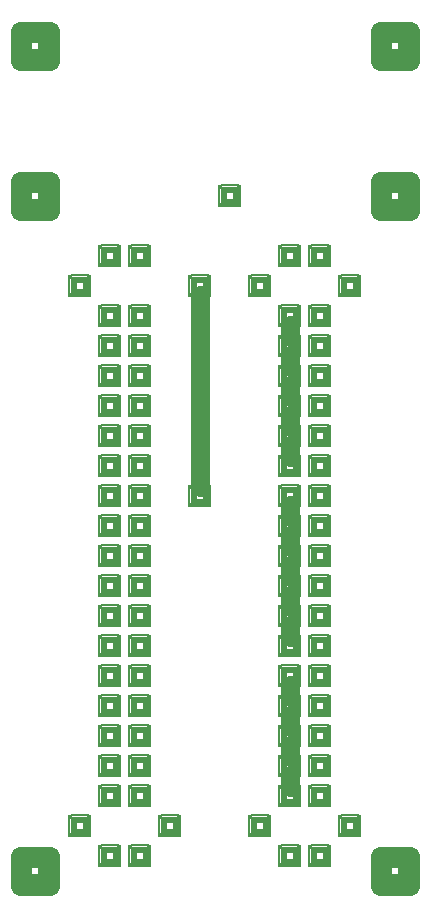
<source format=gtl>
%MOIN*%
%FSLAX23Y23*%
%ADD10C,.012*%
%ADD11C,.062*%
%ADD12C,.050X.024*%
%ADD13R,.062X.062X.024*%
%ADD14C,.016*%
%ADD15R,.008X.062*%
%ADD16R,.062X.008*%
%ADD17C,.008*%
%LPD*%
G90*X0Y0D02*X50Y50D02*D11*X150D01*Y150D01*X50D01* 
Y50D01*D13*X100Y100D03*X250Y250D03*D14*           
X281Y281D03*Y219D03*X219Y281D03*Y219D03*D15*      
X285Y250D03*X215D03*D16*X250Y285D03*Y215D03*D13*  
X350Y350D03*D14*X381Y381D03*Y319D03*X319Y381D03*  
Y319D03*D15*X385Y350D03*X315D03*D16*X350Y385D03*  
Y315D03*D13*Y150D03*D14*X381Y181D03*Y119D03*      
X319Y181D03*Y119D03*D15*X385Y150D03*X315D03*D16*  
X350Y185D03*Y115D03*D13*X450Y450D03*D14*          
X481Y481D03*Y419D03*X419Y481D03*Y419D03*D15*      
X485Y450D03*X415D03*D16*X450Y485D03*Y415D03*D13*  
X350Y450D03*D14*X381Y481D03*Y419D03*X319Y481D03*  
Y419D03*D15*X385Y450D03*X315D03*D16*X350Y485D03*  
Y415D03*D13*X450Y150D03*D14*X481Y181D03*Y119D03*  
X419Y181D03*Y119D03*D15*X485Y150D03*X415D03*D16*  
X450Y185D03*Y115D03*D13*Y350D03*D14*X481Y381D03*  
Y319D03*X419Y381D03*Y319D03*D15*X485Y350D03*      
X415D03*D16*X450Y385D03*Y315D03*D13*Y550D03*D14*  
X481Y581D03*Y519D03*X419Y581D03*Y519D03*D15*      
X485Y550D03*X415D03*D16*X450Y585D03*Y515D03*D13*  
X350Y550D03*D14*X381Y581D03*Y519D03*X319Y581D03*  
Y519D03*D15*X385Y550D03*X315D03*D16*X350Y585D03*  
Y515D03*D13*X550Y250D03*D14*X581Y281D03*Y219D03*  
X519Y281D03*Y219D03*D15*X585Y250D03*X515D03*D16*  
X550Y285D03*Y215D03*D13*X450Y650D03*D14*          
X481Y681D03*Y619D03*X419Y681D03*Y619D03*D15*      
X485Y650D03*X415D03*D16*X450Y685D03*Y615D03*D13*  
X350Y650D03*D14*X381Y681D03*Y619D03*X319Y681D03*  
Y619D03*D15*X385Y650D03*X315D03*D16*X350Y685D03*  
Y615D03*D13*X450Y750D03*D14*X481Y781D03*Y719D03*  
X419Y781D03*Y719D03*D15*X485Y750D03*X415D03*D16*  
X450Y785D03*Y715D03*D13*X350Y750D03*D14*          
X381Y781D03*Y719D03*X319Y781D03*Y719D03*D15*      
X385Y750D03*X315D03*D16*X350Y785D03*Y715D03*D13*  
X450Y850D03*D14*X481Y881D03*Y819D03*X419Y881D03*  
Y819D03*D15*X485Y850D03*X415D03*D16*X450Y885D03*  
Y815D03*D13*X350Y850D03*D14*X381Y881D03*Y819D03*  
X319Y881D03*Y819D03*D15*X385Y850D03*X315D03*D16*  
X350Y885D03*Y815D03*D13*X850Y250D03*D14*          
X881Y281D03*Y219D03*X819Y281D03*Y219D03*D15*      
X885Y250D03*X815D03*D16*X850Y285D03*Y215D03*D13*  
X950Y950D03*D14*X981Y981D03*Y919D03*X919Y981D03*  
Y919D03*D15*X985Y950D03*X915D03*D16*X950Y985D03*  
Y915D03*Y919D02*D11*Y881D01*D13*Y850D03*D14*      
X981Y881D03*Y819D03*X919Y881D03*Y819D03*D15*      
X985Y850D03*X915D03*D16*X950Y885D03*Y815D03*D13*  
X1050Y750D03*D14*X1081Y781D03*Y719D03*            
X1019Y781D03*Y719D03*D15*X1085Y750D03*X1015D03*   
D16*X1050Y785D03*Y715D03*D13*Y950D03*D14*         
X1081Y981D03*Y919D03*X1019Y981D03*Y919D03*D15*    
X1085Y950D03*X1015D03*D16*X1050Y985D03*Y915D03*   
D13*Y850D03*D14*X1081Y881D03*Y819D03*X1019Y881D03*
Y819D03*D15*X1085Y850D03*X1015D03*D16*            
X1050Y885D03*Y815D03*X950Y981D02*D11*Y1019D01*D13*
Y1050D03*D14*X981Y1081D03*Y1019D03*X919Y1081D03*  
Y1019D03*D15*X985Y1050D03*X915D03*D16*            
X950Y1085D03*Y1015D03*Y1081D02*D11*Y1119D01*D13*  
Y1150D03*D14*X981Y1181D03*Y1119D03*X919Y1181D03*  
Y1119D03*D15*X985Y1150D03*X915D03*D16*            
X950Y1185D03*Y1115D03*Y1181D02*D11*Y1219D01*D13*  
Y1250D03*D14*X981Y1281D03*Y1219D03*X919Y1281D03*  
Y1219D03*D15*X985Y1250D03*X915D03*D16*            
X950Y1285D03*Y1215D03*Y1281D02*D11*Y1319D01*D13*  
Y1350D03*D14*X981Y1381D03*Y1319D03*X919Y1381D03*  
Y1319D03*D15*X985Y1350D03*X915D03*D16*            
X950Y1385D03*Y1315D03*D13*X1050Y1250D03*D14*      
X1081Y1281D03*Y1219D03*X1019Y1281D03*Y1219D03*D15*
X1085Y1250D03*X1015D03*D16*X1050Y1285D03*Y1215D03*
D13*Y1450D03*D14*X1081Y1481D03*Y1419D03*          
X1019Y1481D03*Y1419D03*D15*X1085Y1450D03*X1015D03*
D16*X1050Y1485D03*Y1415D03*D13*Y1350D03*D14*      
X1081Y1381D03*Y1319D03*X1019Y1381D03*Y1319D03*D15*
X1085Y1350D03*X1015D03*D16*X1050Y1385D03*Y1315D03*
D13*X950Y1450D03*D14*X981Y1481D03*Y1419D03*       
X919Y1481D03*Y1419D03*D15*X985Y1450D03*X915D03*   
D16*X950Y1485D03*Y1415D03*Y1481D02*D11*Y1519D01*  
D13*Y1550D03*D14*X981Y1581D03*Y1519D03*           
X919Y1581D03*Y1519D03*D15*X985Y1550D03*X915D03*   
D16*X950Y1585D03*Y1515D03*Y1581D02*D11*Y1619D01*  
D13*Y1650D03*D14*X981Y1681D03*Y1619D03*           
X919Y1681D03*Y1619D03*D15*X985Y1650D03*X915D03*   
D16*X950Y1685D03*Y1615D03*Y1681D02*D11*Y1719D01*  
D13*Y1750D03*D14*X981Y1781D03*Y1719D03*           
X919Y1781D03*Y1719D03*D15*X985Y1750D03*X915D03*   
D16*X950Y1785D03*Y1715D03*Y1781D02*D11*Y1819D01*  
D13*Y1850D03*D14*X981Y1881D03*Y1819D03*           
X919Y1881D03*Y1819D03*D15*X985Y1850D03*X915D03*   
D16*X950Y1885D03*Y1815D03*Y1881D02*D11*Y1919D01*  
D13*Y1950D03*D14*X981Y1981D03*Y1919D03*           
X919Y1981D03*Y1919D03*D15*X985Y1950D03*X915D03*   
D16*X950Y1985D03*Y1915D03*D13*X1050Y1850D03*D14*  
X1081Y1881D03*Y1819D03*X1019Y1881D03*Y1819D03*D15*
X1085Y1850D03*X1015D03*D16*X1050Y1885D03*Y1815D03*
D13*X850Y2050D03*D14*X881Y2081D03*Y2019D03*       
X819Y2081D03*Y2019D03*D15*X885Y2050D03*X815D03*   
D16*X850Y2085D03*Y2015D03*D13*X1050Y1950D03*D14*  
X1081Y1981D03*Y1919D03*X1019Y1981D03*Y1919D03*D15*
X1085Y1950D03*X1015D03*D16*X1050Y1985D03*Y1915D03*
D13*Y2150D03*D14*X1081Y2181D03*Y2119D03*          
X1019Y2181D03*Y2119D03*D15*X1085Y2150D03*X1015D03*
D16*X1050Y2185D03*Y2115D03*D13*X950Y2150D03*D14*  
X981Y2181D03*Y2119D03*X919Y2181D03*Y2119D03*D15*  
X985Y2150D03*X915D03*D16*X950Y2185D03*Y2115D03*   
D13*X1150Y2050D03*D14*X1181Y2081D03*Y2019D03*     
X1119Y2081D03*Y2019D03*D15*X1185Y2050D03*X1115D03*
D16*X1150Y2085D03*Y2015D03*D13*X1050Y1750D03*D14* 
X1081Y1781D03*Y1719D03*X1019Y1781D03*Y1719D03*D15*
X1085Y1750D03*X1015D03*D16*X1050Y1785D03*Y1715D03*
D13*X650Y2050D03*D14*X681Y2081D03*Y2019D03*       
X619Y2081D03*Y2019D03*D15*X685Y2050D03*X615D03*   
D16*X650Y2085D03*Y2015D03*Y2019D02*D11*Y1381D01*  
D13*Y1350D03*D14*X681Y1381D03*Y1319D03*           
X619Y1381D03*Y1319D03*D15*X685Y1350D03*X615D03*   
D16*X650Y1385D03*Y1315D03*D13*X450Y1550D03*D14*   
X481Y1581D03*Y1519D03*X419Y1581D03*Y1519D03*D15*  
X485Y1550D03*X415D03*D16*X450Y1585D03*Y1515D03*   
D13*Y1150D03*D14*X481Y1181D03*Y1119D03*           
X419Y1181D03*Y1119D03*D15*X485Y1150D03*X415D03*   
D16*X450Y1185D03*Y1115D03*D13*Y1450D03*D14*       
X481Y1481D03*Y1419D03*X419Y1481D03*Y1419D03*D15*  
X485Y1450D03*X415D03*D16*X450Y1485D03*Y1415D03*   
D13*Y1350D03*D14*X481Y1381D03*Y1319D03*           
X419Y1381D03*Y1319D03*D15*X485Y1350D03*X415D03*   
D16*X450Y1385D03*Y1315D03*D13*Y1250D03*D14*       
X481Y1281D03*Y1219D03*X419Y1281D03*Y1219D03*D15*  
X485Y1250D03*X415D03*D16*X450Y1285D03*Y1215D03*   
D13*X350Y1650D03*D14*X381Y1681D03*Y1619D03*       
X319Y1681D03*Y1619D03*D15*X385Y1650D03*X315D03*   
D16*X350Y1685D03*Y1615D03*D13*Y1050D03*D14*       
X381Y1081D03*Y1019D03*X319Y1081D03*Y1019D03*D15*  
X385Y1050D03*X315D03*D16*X350Y1085D03*Y1015D03*   
D13*Y1550D03*D14*X381Y1581D03*Y1519D03*           
X319Y1581D03*Y1519D03*D15*X385Y1550D03*X315D03*   
D16*X350Y1585D03*Y1515D03*D13*X450Y1050D03*D14*   
X481Y1081D03*Y1019D03*X419Y1081D03*Y1019D03*D15*  
X485Y1050D03*X415D03*D16*X450Y1085D03*Y1015D03*   
D13*X350Y1450D03*D14*X381Y1481D03*Y1419D03*       
X319Y1481D03*Y1419D03*D15*X385Y1450D03*X315D03*   
D16*X350Y1485D03*Y1415D03*D13*Y1350D03*D14*       
X381Y1381D03*Y1319D03*X319Y1381D03*Y1319D03*D15*  
X385Y1350D03*X315D03*D16*X350Y1385D03*Y1315D03*   
D13*Y1250D03*D14*X381Y1281D03*Y1219D03*           
X319Y1281D03*Y1219D03*D15*X385Y1250D03*X315D03*   
D16*X350Y1285D03*Y1215D03*D13*X450Y1650D03*D14*   
X481Y1681D03*Y1619D03*X419Y1681D03*Y1619D03*D15*  
X485Y1650D03*X415D03*D16*X450Y1685D03*Y1615D03*   
D13*X350Y1150D03*D14*X381Y1181D03*Y1119D03*       
X319Y1181D03*Y1119D03*D15*X385Y1150D03*X315D03*   
D16*X350Y1185D03*Y1115D03*D13*X1050Y1050D03*D14*  
X1081Y1081D03*Y1019D03*X1019Y1081D03*Y1019D03*D15*
X1085Y1050D03*X1015D03*D16*X1050Y1085D03*Y1015D03*
D13*X350Y950D03*D14*X381Y981D03*Y919D03*          
X319Y981D03*Y919D03*D15*X385Y950D03*X315D03*D16*  
X350Y985D03*Y915D03*D13*X1050Y1150D03*D14*        
X1081Y1181D03*Y1119D03*X1019Y1181D03*Y1119D03*D15*
X1085Y1150D03*X1015D03*D16*X1050Y1185D03*Y1115D03*
D13*X450Y950D03*D14*X481Y981D03*Y919D03*          
X419Y981D03*Y919D03*D15*X485Y950D03*X415D03*D16*  
X450Y985D03*Y915D03*D13*X1050Y1550D03*D14*        
X1081Y1581D03*Y1519D03*X1019Y1581D03*Y1519D03*D15*
X1085Y1550D03*X1015D03*D16*X1050Y1585D03*Y1515D03*
D13*X450Y1750D03*D14*X481Y1781D03*Y1719D03*       
X419Y1781D03*Y1719D03*D15*X485Y1750D03*X415D03*   
D16*X450Y1785D03*Y1715D03*D13*X1050Y1650D03*D14*  
X1081Y1681D03*Y1619D03*X1019Y1681D03*Y1619D03*D15*
X1085Y1650D03*X1015D03*D16*X1050Y1685D03*Y1615D03*
D13*X350Y1750D03*D14*X381Y1781D03*Y1719D03*       
X319Y1781D03*Y1719D03*D15*X385Y1750D03*X315D03*   
D16*X350Y1785D03*Y1715D03*D13*X450Y1850D03*D14*   
X481Y1881D03*Y1819D03*X419Y1881D03*Y1819D03*D15*  
X485Y1850D03*X415D03*D16*X450Y1885D03*Y1815D03*   
D13*X350Y1850D03*D14*X381Y1881D03*Y1819D03*       
X319Y1881D03*Y1819D03*D15*X385Y1850D03*X315D03*   
D16*X350Y1885D03*Y1815D03*D13*X450Y1950D03*D14*   
X481Y1981D03*Y1919D03*X419Y1981D03*Y1919D03*D15*  
X485Y1950D03*X415D03*D16*X450Y1985D03*Y1915D03*   
D13*X350Y1950D03*D14*X381Y1981D03*Y1919D03*       
X319Y1981D03*Y1919D03*D15*X385Y1950D03*X315D03*   
D16*X350Y1985D03*Y1915D03*D13*X950Y750D03*D14*    
X981Y781D03*Y719D03*X919Y781D03*Y719D03*D15*      
X985Y750D03*X915D03*D16*X950Y785D03*Y715D03*      
Y719D02*D11*Y681D01*D13*Y650D03*D14*X981Y681D03*  
Y619D03*X919Y681D03*Y619D03*D15*X985Y650D03*      
X915D03*D16*X950Y685D03*Y615D03*Y619D02*D11*      
Y581D01*D13*Y550D03*D14*X981Y581D03*Y519D03*      
X919Y581D03*Y519D03*D15*X985Y550D03*X915D03*D16*  
X950Y585D03*Y515D03*Y519D02*D11*Y481D01*D13*      
Y450D03*D14*X981Y481D03*Y419D03*X919Y481D03*      
Y419D03*D15*X985Y450D03*X915D03*D16*X950Y485D03*  
Y415D03*Y419D02*D11*Y381D01*D13*Y350D03*D14*      
X981Y381D03*Y319D03*X919Y381D03*Y319D03*D15*      
X985Y350D03*X915D03*D16*X950Y385D03*Y315D03*D13*  
X1050Y450D03*D14*X1081Y481D03*Y419D03*            
X1019Y481D03*Y419D03*D15*X1085Y450D03*X1015D03*   
D16*X1050Y485D03*Y415D03*D13*Y350D03*D14*         
X1081Y381D03*Y319D03*X1019Y381D03*Y319D03*D15*    
X1085Y350D03*X1015D03*D16*X1050Y385D03*Y315D03*   
D13*X1150Y250D03*D14*X1181Y281D03*Y219D03*        
X1119Y281D03*Y219D03*D15*X1185Y250D03*X1115D03*   
D16*X1150Y285D03*Y215D03*D13*X1050Y550D03*D14*    
X1081Y581D03*Y519D03*X1019Y581D03*Y519D03*D15*    
X1085Y550D03*X1015D03*D16*X1050Y585D03*Y515D03*   
D13*X950Y150D03*D14*X981Y181D03*Y119D03*          
X919Y181D03*Y119D03*D15*X985Y150D03*X915D03*D16*  
X950Y185D03*Y115D03*D13*X1050Y150D03*D14*         
X1081Y181D03*Y119D03*X1019Y181D03*Y119D03*D15*    
X1085Y150D03*X1015D03*D16*X1050Y185D03*Y115D03*   
X1250Y50D02*D11*X1350D01*Y150D01*X1250D01*Y50D01* 
D13*X1300Y100D03*X1050Y650D03*D14*X1081Y681D03*   
Y619D03*X1019Y681D03*Y619D03*D15*X1085Y650D03*    
X1015D03*D16*X1050Y685D03*Y615D03*D13*            
X250Y2050D03*D14*X281Y2081D03*Y2019D03*           
X219Y2081D03*Y2019D03*D15*X285Y2050D03*X215D03*   
D16*X250Y2085D03*Y2015D03*D13*X450Y2150D03*D14*   
X481Y2181D03*Y2119D03*X419Y2181D03*Y2119D03*D15*  
X485Y2150D03*X415D03*D16*X450Y2185D03*Y2115D03*   
D13*X350Y2150D03*D14*X381Y2181D03*Y2119D03*       
X319Y2181D03*Y2119D03*D15*X385Y2150D03*X315D03*   
D16*X350Y2185D03*Y2115D03*X1350Y2300D02*D11*      
X1250D01*Y2400D01*X1350D01*Y2300D01*D13*          
X1300Y2350D03*X1350Y2800D02*D11*X1250D01*Y2900D01*
X1350D01*Y2800D01*D13*X1300Y2850D03*X750Y2350D03* 
D14*X781Y2381D03*Y2319D03*X719Y2381D03*Y2319D03*  
D15*X785Y2350D03*X715D03*D16*X750Y2385D03*        
Y2315D03*X150Y2900D02*D11*Y2800D01*X50D01*        
Y2900D01*X150D01*D13*X100Y2850D03*X50Y2400D02*D11*
Y2300D01*X150D01*Y2400D01*X50D01*D13*X100Y2350D03*
M02*                                              

</source>
